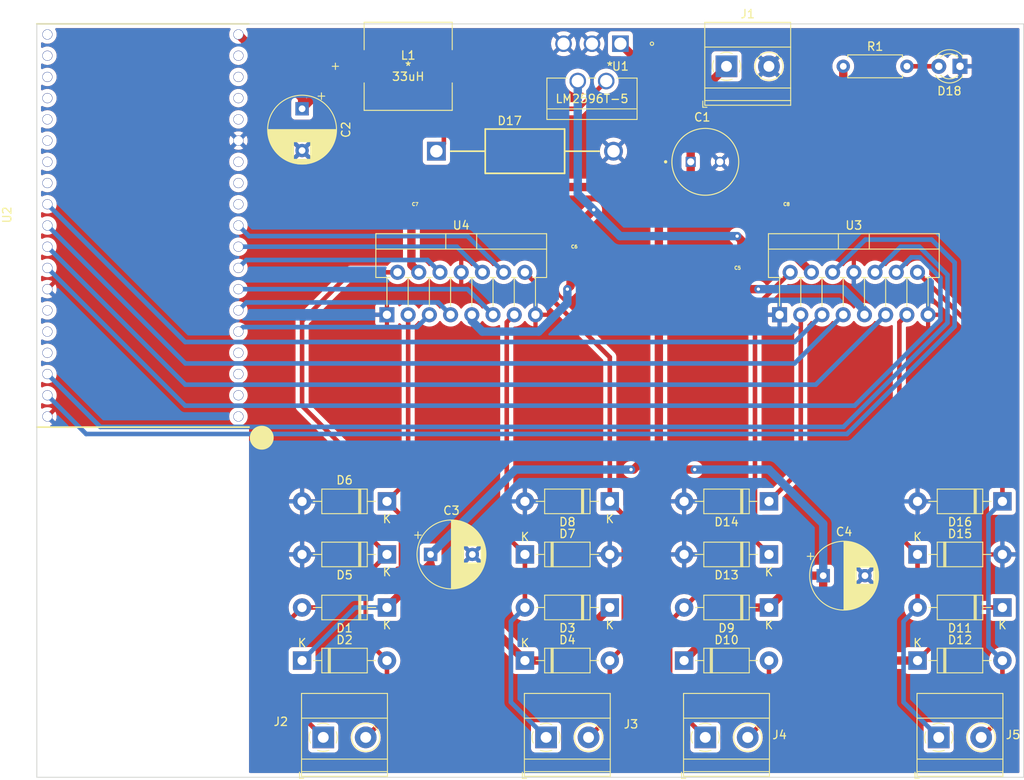
<source format=kicad_pcb>
(kicad_pcb (version 20211014) (generator pcbnew)
  (title_block (title "Fitbot") (rev "v01") (comment 1 "creativecommons.org/licences/by/4.0") (comment 2 "Licence: CC BY 4.0") (comment 3 "Author: Zaid Humayun"))
  (layers (0 "F.Cu" signal) (31 "B.Cu" signal) (34 "B.Paste" user) (35 "F.Paste" user) (36 "B.SilkS" user "B.Silkscreen") (37 "F.SilkS" user "F.Silkscreen") (38 "B.Mask" user) (39 "F.Mask" user) (44 "Edge.Cuts" user))
  (net 0 "")
  (net 1 "VCC")
  (net 2 "GND")
  (net 3 "Net-(D1-Pad2)")
  (net 4 "Net-(D2-Pad2)")
  (net 5 "Net-(D3-Pad2)")
  (net 6 "Net-(D4-Pad2)")
  (net 7 "/+5V")
  (net 8 "Net-(D10-Pad2)")
  (net 9 "Net-(D11-Pad2)")
  (net 10 "Net-(D12-Pad2)")
  (net 11 "Net-(D13-Pad1)")
  (net 12 "Net-(D18-Pad2)")
  (net 17 "/NET_IN_1_2")
  (net 18 "/NET_IN_2_2")
  (net 19 "/NET_ENA_2")
  (net 20 "/NET_IN_3_2")
  (net 21 "/NET_IN_4_2")
  (net 22 "/NET_ENB_2")
  (net 41 "/NET_IN_1_1")
  (net 42 "/NET_ENA_1")
  (net 43 "/NET_IN_3_1")
  (net 44 "/NET_IN_4_1")
  (net 45 "/NET_ENB_1")
  (net 46 "/NET_IN_2_1")
  (net 47 "Net-(D17-PadC)")
  (footprint "Diode_THT:D_DO-41_SOD81_P10.16mm_Horizontal" (layer "F.Cu") (at 153.67 95.25 180)
    (fp_text reference "D16" (at 5.08 -2.47) (layer "F.SilkS"))
    (fp_text value "1N4007")
    (pad "1" thru_hole rect (at 0 0 180) (size 2.2 2.2) (drill 1.1) (layers *.Cu *.Mask) (net 10 "Net-(D12-Pad2)"))
    (pad "2" thru_hole oval (at 10.16 0 180) (size 2.2 2.2) (drill 1.1) (layers *.Cu *.Mask) (net 2 "GND"))
  )
  (footprint "TerminalBlock_Phoenix:TerminalBlock_Phoenix_MKDS-1,5-2-5.08_1x02_P5.08mm_Horizontal" (layer "F.Cu") (at 99.055 123.495)
    (fp_text reference "J3" (at 10.165 -1.575) (layer "F.SilkS"))
    (fp_text value "Screw_Terminal_01x02")
    (pad "1" thru_hole rect (at 0 0) (size 2.6 2.6) (drill 1.3) (layers *.Cu *.Mask) (net 5 "Net-(D3-Pad2)"))
    (pad "2" thru_hole circle (at 5.08 0) (size 2.6 2.6) (drill 1.3) (layers *.Cu *.Mask) (net 6 "Net-(D4-Pad2)"))
  )
  (footprint "Package_TO_SOT_THT:TO-220-15_P2.54x2.54mm_StaggerOdd_Lead4.58mm_Vertical" (layer "F.Cu") (at 126.995 72.915)
    (fp_text reference "U3" (at 8.89 -10.7) (layer "F.SilkS"))
    (fp_text value "L298N")
    (pad "1" thru_hole rect (at 0 0) (size 1.8 1.8) (drill 1) (layers *.Cu *.Mask) (net 2 "GND"))
    (pad "2" thru_hole oval (at 1.27 -5.08) (size 1.8 1.8) (drill 1) (layers *.Cu *.Mask) (net 11 "Net-(D13-Pad1)"))
    (pad "3" thru_hole oval (at 2.54 0) (size 1.8 1.8) (drill 1) (layers *.Cu *.Mask) (net 8 "Net-(D10-Pad2)"))
    (pad "4" thru_hole oval (at 3.81 -5.08) (size 1.8 1.8) (drill 1) (layers *.Cu *.Mask) (net 1 "VCC"))
    (pad "5" thru_hole oval (at 5.08 0) (size 1.8 1.8) (drill 1) (layers *.Cu *.Mask) (net 17 "/NET_IN_1_2"))
    (pad "6" thru_hole oval (at 6.35 -5.08) (size 1.8 1.8) (drill 1) (layers *.Cu *.Mask) (net 19 "/NET_ENA_2"))
    (pad "7" thru_hole oval (at 7.62 0) (size 1.8 1.8) (drill 1) (layers *.Cu *.Mask) (net 18 "/NET_IN_2_2"))
    (pad "8" thru_hole oval (at 8.89 -5.08) (size 1.8 1.8) (drill 1) (layers *.Cu *.Mask) (net 2 "GND"))
    (pad "9" thru_hole oval (at 10.16 0) (size 1.8 1.8) (drill 1) (layers *.Cu *.Mask) (net 7 "/+5V"))
    (pad "10" thru_hole oval (at 11.43 -5.08) (size 1.8 1.8) (drill 1) (layers *.Cu *.Mask) (net 20 "/NET_IN_3_2"))
    (pad "11" thru_hole oval (at 12.7 0) (size 1.8 1.8) (drill 1) (layers *.Cu *.Mask) (net 22 "/NET_ENB_2"))
    (pad "12" thru_hole oval (at 13.97 -5.08) (size 1.8 1.8) (drill 1) (layers *.Cu *.Mask) (net 21 "/NET_IN_4_2"))
    (pad "13" thru_hole oval (at 15.24 0) (size 1.8 1.8) (drill 1) (layers *.Cu *.Mask) (net 9 "Net-(D11-Pad2)"))
    (pad "14" thru_hole oval (at 16.51 -5.08) (size 1.8 1.8) (drill 1) (layers *.Cu *.Mask) (net 10 "Net-(D12-Pad2)"))
    (pad "15" thru_hole oval (at 17.78 0) (size 1.8 1.8) (drill 1) (layers *.Cu *.Mask) (net 2 "GND"))
  )
  (footprint "Diode_THT:D_DO-41_SOD81_P10.16mm_Horizontal" (layer "F.Cu") (at 143.51 101.6)
    (fp_text reference "D15" (at 5.08 -2.47) (layer "F.SilkS"))
    (fp_text value "1N4007")
    (fp_text user "K" (at 0 -2.1) (layer "F.SilkS"))
    (pad "1" thru_hole rect (at 0 0) (size 2.2 2.2) (drill 1.1) (layers *.Cu *.Mask) (net 9 "Net-(D11-Pad2)"))
    (pad "2" thru_hole oval (at 10.16 0) (size 2.2 2.2) (drill 1.1) (layers *.Cu *.Mask) (net 2 "GND"))
  )
  (footprint "Diode_THT:D_DO-41_SOD81_P10.16mm_Horizontal" (layer "F.Cu") (at 125.73 95.25 180)
    (fp_text reference "D14" (at 5.08 -2.47) (layer "F.SilkS"))
    (fp_text value "1N4007")
    (pad "1" thru_hole rect (at 0 0 180) (size 2.2 2.2) (drill 1.1) (layers *.Cu *.Mask) (net 8 "Net-(D10-Pad2)"))
    (pad "2" thru_hole oval (at 10.16 0 180) (size 2.2 2.2) (drill 1.1) (layers *.Cu *.Mask) (net 2 "GND"))
  )
  (footprint "Diode_THT:D_DO-41_SOD81_P10.16mm_Horizontal" (layer "F.Cu") (at 96.52 101.6)
    (fp_text reference "D7" (at 5.08 -2.47) (layer "F.SilkS"))
    (fp_text value "1N4007")
    (fp_text user "K" (at 0 -2.1) (layer "F.SilkS"))
    (pad "1" thru_hole rect (at 0 0) (size 2.2 2.2) (drill 1.1) (layers *.Cu *.Mask) (net 5 "Net-(D3-Pad2)"))
    (pad "2" thru_hole oval (at 10.16 0) (size 2.2 2.2) (drill 1.1) (layers *.Cu *.Mask) (net 2 "GND"))
  )
  (footprint "Diode_THT:D_DO-41_SOD81_P10.16mm_Horizontal" (layer "F.Cu") (at 69.85 114.3)
    (fp_text reference "D2" (at 5.08 -2.47) (layer "F.SilkS"))
    (fp_text value "1N4007")
    (fp_text user "K" (at 0 -2.1) (layer "F.SilkS"))
    (pad "1" thru_hole rect (at 0 0) (size 2.2 2.2) (drill 1.1) (layers *.Cu *.Mask) (net 1 "VCC"))
    (pad "2" thru_hole oval (at 10.16 0) (size 2.2 2.2) (drill 1.1) (layers *.Cu *.Mask) (net 4 "Net-(D2-Pad2)"))
  )
  (footprint "downloaded-footprints:CAPC2012X135N-CL21A106KOQNNNE-0805" (layer "F.Cu") (at 102.87 66.04)
    (fp_text reference "C6" (at -0.44 -1.27) (layer "F.SilkS") (effects (font (size 0.393701 0.393701))))
    (fp_text value "100nF")
    (pad "1" smd rect locked (at -0.885 0) (size 1.1 1.38) (layers "F.Cu" "F.Paste" "F.Mask") (net 7 "/+5V"))
    (pad "2" smd rect locked (at 0.885 0) (size 1.1 1.38) (layers "F.Cu" "F.Paste" "F.Mask") (net 2 "GND"))
  )
  (footprint "Resistor_THT:R_Axial_DIN0207_L6.3mm_D2.5mm_P7.62mm_Horizontal" (layer "F.Cu") (at 134.62 43.18)
    (fp_text reference "R1" (at 3.81 -2.37) (layer "F.SilkS"))
    (fp_text value "1k")
    (pad "1" thru_hole circle (at 0 0) (size 1.6 1.6) (drill 0.8) (layers *.Cu *.Mask) (net 1 "VCC"))
    (pad "2" thru_hole oval (at 7.62 0) (size 1.6 1.6) (drill 0.8) (layers *.Cu *.Mask) (net 12 "Net-(D18-Pad2)"))
  )
  (footprint "TerminalBlock_Phoenix:TerminalBlock_Phoenix_MKDS-1,5-2-5.08_1x02_P5.08mm_Horizontal" (layer "F.Cu") (at 72.385 123.495)
    (fp_text reference "J2" (at -5.075 -1.88) (layer "F.SilkS"))
    (fp_text value "Screw_Terminal_01x02")
    (pad "1" thru_hole rect (at 0 0) (size 2.6 2.6) (drill 1.3) (layers *.Cu *.Mask) (net 3 "Net-(D1-Pad2)"))
    (pad "2" thru_hole circle (at 5.08 0) (size 2.6 2.6) (drill 1.3) (layers *.Cu *.Mask) (net 4 "Net-(D2-Pad2)"))
  )
  (footprint "Diode_THT:D_DO-41_SOD81_P10.16mm_Horizontal" (layer "F.Cu") (at 115.57 114.3)
    (fp_text reference "D10" (at 5.08 -2.47) (layer "F.SilkS"))
    (fp_text value "1N4007")
    (pad "1" thru_hole rect (at 0 0) (size 2.2 2.2) (drill 1.1) (layers *.Cu *.Mask) (net 1 "VCC"))
    (pad "2" thru_hole oval (at 10.16 0) (size 2.2 2.2) (drill 1.1) (layers *.Cu *.Mask) (net 8 "Net-(D10-Pad2)"))
  )
  (footprint "Diode_THT:D_DO-41_SOD81_P10.16mm_Horizontal" (layer "F.Cu") (at 125.73 101.6 180)
    (fp_text reference "D13" (at 5.08 -2.47) (layer "F.SilkS"))
    (fp_text value "1N4007")
    (fp_text user "K" (at 0 -2.1) (layer "F.SilkS"))
    (pad "1" thru_hole rect (at 0 0 180) (size 2.2 2.2) (drill 1.1) (layers *.Cu *.Mask) (net 11 "Net-(D13-Pad1)"))
    (pad "2" thru_hole oval (at 10.16 0 180) (size 2.2 2.2) (drill 1.1) (layers *.Cu *.Mask) (net 2 "GND"))
  )
  (footprint "Diode_THT:D_DO-41_SOD81_P10.16mm_Horizontal" (layer "F.Cu") (at 80.01 107.95 180)
    (fp_text reference "D1" (at 5.08 -2.47) (layer "F.SilkS"))
    (fp_text value "1N4007")
    (fp_text user "K" (at 0 -2.1) (layer "F.SilkS"))
    (pad "1" thru_hole rect (at 0 0 180) (size 2.2 2.2) (drill 1.1) (layers *.Cu *.Mask) (net 1 "VCC"))
    (pad "2" thru_hole oval (at 10.16 0 180) (size 2.2 2.2) (drill 1.1) (layers *.Cu *.Mask) (net 3 "Net-(D1-Pad2)"))
  )
  (footprint "Package_TO_SOT_THT:TO-220-15_P2.54x2.54mm_StaggerOdd_Lead4.58mm_Vertical" (layer "F.Cu") (at 80.005 72.915)
    (fp_text reference "U4" (at 8.89 -10.7) (layer "F.SilkS"))
    (fp_text value "L298N")
    (pad "1" thru_hole rect (at 0 0) (size 1.8 1.8) (drill 1) (layers *.Cu *.Mask) (net 2 "GND"))
    (pad "2" thru_hole oval (at 1.27 -5.08) (size 1.8 1.8) (drill 1) (layers *.Cu *.Mask) (net 3 "Net-(D1-Pad2)"))
    (pad "3" thru_hole oval (at 2.54 0) (size 1.8 1.8) (drill 1) (layers *.Cu *.Mask) (net 4 "Net-(D2-Pad2)"))
    (pad "4" thru_hole oval (at 3.81 -5.08) (size 1.8 1.8) (drill 1) (layers *.Cu *.Mask) (net 1 "VCC"))
    (pad "5" thru_hole oval (at 5.08 0) (size 1.8 1.8) (drill 1) (layers *.Cu *.Mask) (net 41 "/NET_IN_1_1"))
    (pad "6" thru_hole oval (at 6.35 -5.08) (size 1.8 1.8) (drill 1) (layers *.Cu *.Mask) (net 42 "/NET_ENA_1"))
    (pad "7" thru_hole oval (at 7.62 0) (size 1.8 1.8) (drill 1) (layers *.Cu *.Mask) (net 46 "/NET_IN_2_1"))
    (pad "8" thru_hole oval (at 8.89 -5.08) (size 1.8 1.8) (drill 1) (layers *.Cu *.Mask) (net 2 "GND"))
    (pad "9" thru_hole oval (at 10.16 0) (size 1.8 1.8) (drill 1) (layers *.Cu *.Mask) (net 7 "/+5V"))
    (pad "10" thru_hole oval (at 11.43 -5.08) (size 1.8 1.8) (drill 1) (layers *.Cu *.Mask) (net 43 "/NET_IN_3_1"))
    (pad "11" thru_hole oval (at 12.7 0) (size 1.8 1.8) (drill 1) (layers *.Cu *.Mask) (net 45 "/NET_ENB_1"))
    (pad "12" thru_hole oval (at 13.97 -5.08) (size 1.8 1.8) (drill 1) (layers *.Cu *.Mask) (net 44 "/NET_IN_4_1"))
    (pad "13" thru_hole oval (at 15.24 0) (size 1.8 1.8) (drill 1) (layers *.Cu *.Mask) (net 5 "Net-(D3-Pad2)"))
    (pad "14" thru_hole oval (at 16.51 -5.08) (size 1.8 1.8) (drill 1) (layers *.Cu *.Mask) (net 6 "Net-(D4-Pad2)"))
    (pad "15" thru_hole oval (at 17.78 0) (size 1.8 1.8) (drill 1) (layers *.Cu *.Mask) (net 2 "GND"))
  )
  (footprint "Diode_THT:D_DO-41_SOD81_P10.16mm_Horizontal" (layer "F.Cu") (at 106.68 95.25 180)
    (fp_text reference "D8" (at 5.08 -2.47) (layer "F.SilkS"))
    (fp_text value "1N4007")
    (fp_text user "K" (at 0 -2.1) (layer "F.SilkS"))
    (pad "1" thru_hole rect (at 0 0 180) (size 2.2 2.2) (drill 1.1) (layers *.Cu *.Mask) (net 6 "Net-(D4-Pad2)"))
    (pad "2" thru_hole oval (at 10.16 0 180) (size 2.2 2.2) (drill 1.1) (layers *.Cu *.Mask) (net 2 "GND"))
  )
  (footprint "Diode_THT:D_DO-41_SOD81_P10.16mm_Horizontal" (layer "F.Cu") (at 153.67 107.95 180)
    (fp_text reference "D11" (at 5.08 -2.47) (layer "F.SilkS"))
    (fp_text value "1N4007")
    (fp_text user "K" (at 0 -2.1) (layer "F.SilkS"))
    (pad "1" thru_hole rect (at 0 0 180) (size 2.2 2.2) (drill 1.1) (layers *.Cu *.Mask) (net 1 "VCC"))
    (pad "2" thru_hole oval (at 10.16 0 180) (size 2.2 2.2) (drill 1.1) (layers *.Cu *.Mask) (net 9 "Net-(D11-Pad2)"))
  )
  (footprint "downloaded-footprints:LM2596T-5.0&slash_LF03" (layer "F.Cu") (at 107.95 40.4749 180)
    (fp_text reference "U1" (at 0 -2.7051) (layer "F.SilkS"))
    (fp_text value "LM2596T-5" (at 3.4036 -6.5913) (layer "F.SilkS"))
    (fp_text user "*" (at 1.27 -2.7051) (layer "F.SilkS"))
    (pad "1" thru_hole rect locked (at 0 0 180) (size 1.9812 1.9812) (drill 1.4732) (layers *.Cu *.Mask) (net 1 "VCC"))
    (pad "2" thru_hole circle locked (at 1.7018 -4.4704 180) (size 1.9812 1.9812) (drill 1.4732) (layers *.Cu *.Mask) (net 47 "Net-(D17-PadC)"))
    (pad "3" thru_hole circle locked (at 3.4036 0 180) (size 1.9812 1.9812) (drill 1.4732) (layers *.Cu *.Mask) (net 2 "GND"))
    (pad "4" thru_hole circle locked (at 5.1054 -4.4704 180) (size 1.9812 1.9812) (drill 1.4732) (layers *.Cu *.Mask) (net 7 "/+5V"))
    (pad "5" thru_hole circle locked (at 6.8072 0 180) (size 1.9812 1.9812) (drill 1.4732) (layers *.Cu *.Mask) (net 2 "GND"))
  )
  (footprint "Diode_THT:D_DO-41_SOD81_P10.16mm_Horizontal" (layer "F.Cu") (at 80.01 101.6 180)
    (fp_text reference "D5" (at 5.08 -2.47) (layer "F.SilkS"))
    (fp_text value "1N4007")
    (fp_text user "K" (at 0 -2.1) (layer "F.SilkS"))
    (pad "1" thru_hole rect (at 0 0 180) (size 2.2 2.2) (drill 1.1) (layers *.Cu *.Mask) (net 3 "Net-(D1-Pad2)"))
    (pad "2" thru_hole oval (at 10.16 0 180) (size 2.2 2.2) (drill 1.1) (layers *.Cu *.Mask) (net 2 "GND"))
  )
  (footprint "Diode_THT:D_DO-41_SOD81_P10.16mm_Horizontal" (layer "F.Cu") (at 125.73 107.95 180)
    (fp_text reference "D9" (at 5.08 -2.47) (layer "F.SilkS"))
    (fp_text value "1N4007")
    (fp_text user "K" (at 0 -2.1) (layer "F.SilkS"))
    (pad "1" thru_hole rect (at 0 0 180) (size 2.2 2.2) (drill 1.1) (layers *.Cu *.Mask) (net 1 "VCC"))
    (pad "2" thru_hole oval (at 10.16 0 180) (size 2.2 2.2) (drill 1.1) (layers *.Cu *.Mask) (net 11 "Net-(D13-Pad1)"))
  )
  (footprint "downloaded-footprints:CAPPRD350W60D800H2000 - EEUFM1C681L" (layer "F.Cu") (at 118.11 54.61)
    (fp_text reference "C1" (at -0.3667 -5.335) (layer "F.SilkS"))
    (fp_text value "680uF")
    (pad "N" thru_hole circle locked (at 1.75 0) (size 1.2 1.2) (drill 0.85) (layers *.Cu *.Mask) (net 2 "GND"))
    (pad "P" thru_hole rect locked (at -1.75 0) (size 1.2 1.2) (drill 0.85) (layers *.Cu *.Mask) (net 1 "VCC"))
  )
  (footprint "downloaded-footprints:CAPC2012X135N-CL21A106KOQNNNE-0805" (layer "F.Cu") (at 83.82 60.96)
    (fp_text reference "C7" (at -0.44 -1.27) (layer "F.SilkS") (effects (font (size 0.393701 0.393701))))
    (fp_text value "100nF")
    (pad "1" smd rect locked (at -0.885 0) (size 1.1 1.38) (layers "F.Cu" "F.Paste" "F.Mask") (net 1 "VCC"))
    (pad "2" smd rect locked (at 0.885 0) (size 1.1 1.38) (layers "F.Cu" "F.Paste" "F.Mask") (net 2 "GND"))
  )
  (footprint "TerminalBlock_Phoenix:TerminalBlock_Phoenix_MKDS-1,5-2-5.08_1x02_P5.08mm_Horizontal" (layer "F.Cu") (at 120.645 43.18)
    (fp_text reference "J1" (at 2.54 -6.26) (layer "F.SilkS"))
    (fp_text value "Screw_Terminal_01x02")
    (pad "1" thru_hole rect (at 0 0) (size 2.6 2.6) (drill 1.3) (layers *.Cu *.Mask) (net 1 "VCC"))
    (pad "2" thru_hole circle (at 5.08 0) (size 2.6 2.6) (drill 1.3) (layers *.Cu *.Mask) (net 2 "GND"))
  )
  (footprint "Diode_THT:D_DO-41_SOD81_P10.16mm_Horizontal" (layer "F.Cu") (at 80.01 95.25 180)
    (fp_text reference "D6" (at 5.08 2.54) (layer "F.SilkS"))
    (fp_text value "1N4007")
    (fp_text user "K" (at 0 -2.1) (layer "F.SilkS"))
    (pad "1" thru_hole rect (at 0 0 180) (size 2.2 2.2) (drill 1.1) (layers *.Cu *.Mask) (net 4 "Net-(D2-Pad2)"))
    (pad "2" thru_hole oval (at 10.16 0 180) (size 2.2 2.2) (drill 1.1) (layers *.Cu *.Mask) (net 2 "GND"))
  )
  (footprint "Capacitor_THT:CP_Radial_D8.0mm_P5.00mm" (layer "F.Cu") (at 69.85 48.26 -90)
    (fp_text reference "C2" (at 2.5 -5.25 90) (layer "F.SilkS"))
    (fp_text value "220uF")
    (pad "1" thru_hole rect (at 0 0 270) (size 1.6 1.6) (drill 0.8) (layers *.Cu *.Mask) (net 7 "/+5V"))
    (pad "2" thru_hole circle (at 5 0 270) (size 1.6 1.6) (drill 0.8) (layers *.Cu *.Mask) (net 2 "GND"))
  )
  (footprint "LED_THT:LED_D3.0mm" (layer "F.Cu") (at 148.59 43.18 180)
    (fp_text reference "D18" (at 1.27 -2.96) (layer "F.SilkS"))
    (fp_text value "RED")
    (pad "1" thru_hole rect (at 0 0 180) (size 1.8 1.8) (drill 0.9) (layers *.Cu *.Mask) (net 2 "GND"))
    (pad "2" thru_hole circle (at 2.54 0 180) (size 1.8 1.8) (drill 0.9) (layers *.Cu *.Mask) (net 12 "Net-(D18-Pad2)"))
  )
  (footprint "downloaded-footprints:IHLP4040DZEK220M8A" (layer "F.Cu") (at 82.55 43.18)
    (fp_text reference "L1" (at 0 -1.3095) (layer "F.SilkS"))
    (fp_text value "33uH" (at 0 1.2305) (layer "F.SilkS"))
    (fp_text user "*" (at 0 0) (layer "F.SilkS"))
    (pad "1" smd rect locked (at -4.2672 0) (size 2.5146 3.302) (layers "F.Cu" "F.Paste" "F.Mask") (net 7 "/+5V"))
    (pad "2" smd rect locked (at 4.2672 0) (size 2.5146 3.302) (layers "F.Cu" "F.Paste" "F.Mask") (net 47 "Net-(D17-PadC)"))
  )
  (footprint "Diode_THT:D_DO-41_SOD81_P10.16mm_Horizontal" (layer "F.Cu") (at 106.68 107.95 180)
    (fp_text reference "D3" (at 5.08 -2.47) (layer "F.SilkS"))
    (fp_text value "1N4007")
    (fp_text user "K" (at 0 -2.1) (layer "F.SilkS"))
    (pad "1" thru_hole rect (at 0 0 180) (size 2.2 2.2) (drill 1.1) (layers *.Cu *.Mask) (net 1 "VCC"))
    (pad "2" thru_hole oval (at 10.16 0 180) (size 2.2 2.2) (drill 1.1) (layers *.Cu *.Mask) (net 5 "Net-(D3-Pad2)"))
  )
  (footprint "TerminalBlock_Phoenix:TerminalBlock_Phoenix_MKDS-1,5-2-5.08_1x02_P5.08mm_Horizontal" (layer "F.Cu") (at 118.105 123.495)
    (fp_text reference "J4" (at 8.895 -0.3005) (layer "F.SilkS"))
    (fp_text value "Screw_Terminal_01x02")
    (pad "1" thru_hole rect (at 0 0) (size 2.6 2.6) (drill 1.3) (layers *.Cu *.Mask) (net 11 "Net-(D13-Pad1)"))
    (pad "2" thru_hole circle (at 5.08 0) (size 2.6 2.6) (drill 1.3) (layers *.Cu *.Mask) (net 8 "Net-(D10-Pad2)"))
  )
  (footprint "Capacitor_THT:CP_Radial_D8.0mm_P5.00mm" (layer "F.Cu") (at 85.227349 101.6)
    (fp_text reference "C3" (at 2.5 -5.25) (layer "F.SilkS"))
    (fp_text value "220uF")
    (pad "1" thru_hole rect (at 0 0) (size 1.6 1.6) (drill 0.8) (layers *.Cu *.Mask) (net 1 "VCC"))
    (pad "2" thru_hole circle (at 5 0) (size 1.6 1.6) (drill 0.8) (layers *.Cu *.Mask) (net 2 "GND"))
  )
  (footprint "Diode_THT:D_DO-41_SOD81_P10.16mm_Horizontal" (layer "F.Cu") (at 96.52 114.3)
    (fp_text reference "D4" (at 5.08 -2.47) (layer "F.SilkS"))
    (fp_text value "1N4007")
    (fp_text user "K" (at 0 -2.1) (layer "F.SilkS"))
    (pad "1" thru_hole rect (at 0 0) (size 2.2 2.2) (drill 1.1) (layers *.Cu *.Mask) (net 1 "VCC"))
    (pad "2" thru_hole oval (at 10.16 0) (size 2.2 2.2) (drill 1.1) (layers *.Cu *.Mask) (net 6 "Net-(D4-Pad2)"))
  )
  (footprint "downloaded-footprints:DIOAD2120W130L950D530P - Schottky 1N5822" (layer "F.Cu") (at 96.52 53.34)
    (fp_text reference "D17" (at -1.826175 -3.637325) (layer "F.SilkS") (effects (font (size 1.000638 1.000638))))
    (fp_text value "1N5822")
    (pad "A" thru_hole circle locked (at 10.6 0) (size 2.25 2.25) (drill 1.5) (layers *.Cu *.Mask) (net 2 "GND"))
    (pad "C" thru_hole rect locked (at -10.6 0) (size 2.25 2.25) (drill 1.5) (layers *.Cu *.Mask) (net 47 "Net-(D17-PadC)"))
  )
  (footprint "downloaded-footprints:CAPC2012X135N-CL21A106KOQNNNE-0805" (layer "F.Cu") (at 121.535 66.04 180)
    (fp_text reference "C5" (at -0.44 -1.27) (layer "F.SilkS") (effects (font (size 0.393701 0.393701))))
    (fp_text value "100nF")
    (pad "1" smd rect locked (at -0.885 0 180) (size 1.1 1.38) (layers "F.Cu" "F.Paste" "F.Mask") (net 7 "/+5V"))
    (pad "2" smd rect locked (at 0.885 0 180) (size 1.1 1.38) (layers "F.Cu" "F.Paste" "F.Mask") (net 2 "GND"))
  )
  (footprint "TerminalBlock_Phoenix:TerminalBlock_Phoenix_MKDS-1,5-2-5.08_1x02_P5.08mm_Horizontal" (layer "F.Cu") (at 146.045 123.495)
    (fp_text reference "J5" (at 8.895 -0.305) (layer "F.SilkS"))
    (fp_text value "Screw_Terminal_01x02")
    (pad "1" thru_hole rect (at 0 0) (size 2.6 2.6) (drill 1.3) (layers *.Cu *.Mask) (net 9 "Net-(D11-Pad2)"))
    (pad "2" thru_hole circle (at 5.08 0) (size 2.6 2.6) (drill 1.3) (layers *.Cu *.Mask) (net 10 "Net-(D12-Pad2)"))
  )
  (footprint "downloaded-footprints:CAPC2012X135N-CL21A106KOQNNNE-0805" (layer "F.Cu") (at 128.27 60.96)
    (fp_text reference "C8" (at -0.44 -1.27) (layer "F.SilkS") (effects (font (size 0.393701 0.393701))))
    (fp_text value "100nF")
    (pad "1" smd rect locked (at -0.885 0) (size 1.1 1.38) (layers "F.Cu" "F.Paste" "F.Mask") (net 1 "VCC"))
    (pad "2" smd rect locked (at 0.885 0) (size 1.1 1.38) (layers "F.Cu" "F.Paste" "F.Mask") (net 2 "GND"))
  )
  (footprint "Capacitor_THT:CP_Radial_D8.0mm_P5.00mm" (layer "F.Cu") (at 132.217349 104.14)
    (fp_text reference "C4" (at 2.5 -5.25) (layer "F.SilkS"))
    (fp_text value "220uF")
    (pad "1" thru_hole rect (at 0 0) (size 1.6 1.6) (drill 0.8) (layers *.Cu *.Mask) (net 1 "VCC"))
    (pad "2" thru_hole circle (at 5 0) (size 1.6 1.6) (drill 0.8) (layers *.Cu *.Mask) (net 2 "GND"))
  )
  (footprint "Fitbot_Library:ESP32_NODE_MCU" (layer "F.Cu") (at 50.8 60.96 90)
    (fp_text reference "U2" (at 0 -16.256 90 unlocked) (layer "F.SilkS"))
    (fp_text value "ESP32S_Node_MCU")
    (pad "1" thru_hole circle locked (at -24.13 11.43 90) (size 1.2 1.2) (drill 1.1) (layers *.Cu *.Mask))
    (pad "2" thru_hole circle locked (at -21.59 11.43 90) (size 1.2 1.2) (drill 1.1) (layers *.Cu *.Mask))
    (pad "3" thru_hole circle locked (at -19.05 11.43 90) (size 1.2 1.2) (drill 1.1) (layers *.Cu *.Mask))
    (pad "4" thru_hole circle locked (at -16.51 11.43 90) (size 1.2 1.2) (drill 1.1) (layers *.Cu *.Mask))
    (pad "5" thru_hole circle locked (at -13.97 11.43 90) (size 1.2 1.2) (drill 1.1) (layers *.Cu *.Mask) (net 41 "/NET_IN_1_1"))
    (pad "6" thru_hole circle locked (at -11.43 11.43 90) (size 1.2 1.2) (drill 1.1) (layers *.Cu *.Mask) (net 46 "/NET_IN_2_1"))
    (pad "7" thru_hole circle locked (at -8.89 11.43 90) (size 1.2 1.2) (drill 1.1) (layers *.Cu *.Mask) (net 45 "/NET_ENB_1"))
    (pad "8" thru_hole circle locked (at -6.35 11.43 90) (size 1.2 1.2) (drill 1.1) (layers *.Cu *.Mask) (net 42 "/NET_ENA_1"))
    (pad "9" thru_hole circle locked (at -3.81 11.43 90) (size 1.2 1.2) (drill 1.1) (layers *.Cu *.Mask) (net 43 "/NET_IN_3_1"))
    (pad "10" thru_hole circle locked (at -1.27 11.43 90) (size 1.2 1.2) (drill 1.1) (layers *.Cu *.Mask) (net 44 "/NET_IN_4_1"))
    (pad "11" thru_hole circle locked (at 1.27 11.43 90) (size 1.2 1.2) (drill 1.1) (layers *.Cu *.Mask))
    (pad "12" thru_hole circle locked (at 3.81 11.43 90) (size 1.2 1.2) (drill 1.1) (layers *.Cu *.Mask))
    (pad "13" thru_hole circle locked (at 6.35 11.43 90) (size 1.2 1.2) (drill 1.1) (layers *.Cu *.Mask))
    (pad "14" thru_hole circle locked (at 8.89 11.43 90) (size 1.2 1.2) (drill 1.1) (layers *.Cu *.Mask) (net 2 "GND"))
    (pad "15" thru_hole circle locked (at 11.43 11.43 90) (size 1.2 1.2) (drill 1.1) (layers *.Cu *.Mask))
    (pad "16" thru_hole circle locked (at 13.97 11.43 90) (size 1.2 1.2) (drill 1.1) (layers *.Cu *.Mask))
    (pad "17" thru_hole circle locked (at 16.51 11.43 90) (size 1.2 1.2) (drill 1.1) (layers *.Cu *.Mask))
    (pad "18" thru_hole circle locked (at 19.05 11.43 90) (size 1.2 1.2) (drill 1.1) (layers *.Cu *.Mask))
    (pad "19" thru_hole circle locked (at 21.59 11.43 90) (size 1.2 1.2) (drill 1.1) (layers *.Cu *.Mask) (net 7 "/+5V"))
    (pad "20" thru_hole circle locked (at 21.59 -11.43 90) (size 1.2 1.2) (drill 1.1) (layers *.Cu *.Mask))
    (pad "21" thru_hole circle locked (at 19.05 -11.43 90) (size 1.2 1.2) (drill 1.1) (layers *.Cu *.Mask))
    (pad "22" thru_hole circle locked (at 16.51 -11.43 90) (size 1.2 1.2) (drill 1.1) (layers *.Cu *.Mask))
    (pad "23" thru_hole circle locked (at 13.97 -11.43 90) (size 1.2 1.2) (drill 1.1) (layers *.Cu *.Mask))
    (pad "24" thru_hole circle locked (at 11.43 -11.43 90) (size 1.2 1.2) (drill 1.1) (layers *.Cu *.Mask))
    (pad "25" thru_hole circle locked (at 8.89 -11.43 90) (size 1.2 1.2) (drill 1.1) (layers *.Cu *.Mask))
    (pad "26" thru_hole circle locked (at 6.35 -11.43 90) (size 1.2 1.2) (drill 1.1) (layers *.Cu *.Mask))
    (pad "27" thru_hole circle locked (at 3.81 -11.43 90) (size 1.2 1.2) (drill 1.1) (layers *.Cu *.Mask))
    (pad "28" thru_hole circle locked (at 1.27 -11.43 90) (size 1.2 1.2) (drill 1.1) (layers *.Cu *.Mask) (net 17 "/NET_IN_1_2"))
    (pad "29" thru_hole circle locked (at -1.27 -11.43 90) (size 1.2 1.2) (drill 1.1) (layers *.Cu *.Mask) (net 18 "/NET_IN_2_2"))
    (pad "30" thru_hole circle locked (at -3.81 -11.43 90) (size 1.2 1.2) (drill 1.1) (layers *.Cu *.Mask) (net 22 "/NET_ENB_2"))
    (pad "31" thru_hole circle locked (at -6.35 -11.43 90) (size 1.2 1.2) (drill 1.1) (layers *.Cu *.Mask) (net 21 "/NET_IN_4_2"))
    (pad "32" thru_hole circle locked (at -8.89 -11.43 90) (size 1.2 1.2) (drill 1.1) (layers *.Cu *.Mask) (net 2 "GND"))
    (pad "33" thru_hole circle locked (at -11.43 -11.43 90) (size 1.2 1.2) (drill 1.1) (layers *.Cu *.Mask))
    (pad "34" thru_hole circle locked (at -13.97 -11.43 90) (size 1.2 1.2) (drill 1.1) (layers *.Cu *.Mask))
    (pad "35" thru_hole circle locked (at -16.51 -11.43 90) (size 1.2 1.2) (drill 1.1) (layers *.Cu *.Mask))
    (pad "36" thru_hole circle locked (at -19.05 -11.43 90) (size 1.2 1.2) (drill 1.1) (layers *.Cu *.Mask) (net 20 "/NET_IN_3_2"))
    (pad "37" thru_hole circle locked (at -21.59 -11.43 90) (size 1.2 1.2) (drill 1.1) (layers *.Cu *.Mask) (net 19 "/NET_ENA_2"))
    (pad "38" thru_hole circle locked (at -24.13 -11.43 90) (size 1.2 1.2) (drill 1.1) (layers *.Cu *.Mask) (net 2 "GND"))
  )
  (footprint "Diode_THT:D_DO-41_SOD81_P10.16mm_Horizontal" (layer "F.Cu") (at 143.51 114.3)
    (fp_text reference "D12" (at 5.08 -2.47) (layer "F.SilkS"))
    (fp_text value "1N4007")
    (fp_text user "K" (at 0 -2.1) (layer "F.SilkS"))
    (pad "1" thru_hole rect (at 0 0) (size 2.2 2.2) (drill 1.1) (layers *.Cu *.Mask) (net 1 "VCC"))
    (pad "2" thru_hole oval (at 10.16 0) (size 2.2 2.2) (drill 1.1) (layers *.Cu *.Mask) (net 10 "Net-(D12-Pad2)"))
  )
  (gr_line (start 156.21 128.27) (end 38.1 128.27) (layer "Edge.Cuts") (width 0.1))
  (gr_line (start 38.1 128.27) (end 38.1 38.1) (layer "Edge.Cuts") (width 0.1))
  (gr_line (start 156.21 38.1) (end 156.21 128.27) (layer "Edge.Cuts") (width 0.1))
  (gr_line (start 38.1 38.1) (end 156.21 38.1) (layer "Edge.Cuts") (width 0.1))
  (segment (start 138.43 114.3) (end 143.51 114.3) (width 1) (layer "F.Cu") (net 1))
  (segment (start 116.36 57.63) (end 124.94 57.63) (width 1) (layer "F.Cu") (net 1))
  (segment (start 134.62 47.95) (end 134.62 43.18) (width 1) (layer "F.Cu") (net 1))
  (segment (start 85.227349 101.6) (end 85.227349 102.732651) (width 0.55) (layer "F.Cu") (net 1))
  (segment (start 124.94 57.63) (end 134.62 47.95) (width 1) (layer "F.Cu") (net 1))
  (segment (start 100.33 114.3) (end 106.68 107.95) (width 1) (layer "F.Cu") (net 1))
  (segment (start 112.55 88.42) (end 109.53 91.44) (width 1) (layer "F.Cu") (net 1))
  (segment (start 125.73 107.95) (end 121.92 107.95) (width 1) (layer "F.Cu") (net 1))
  (segment (start 116.36 54.61) (end 116.36 57.63) (width 1) (layer "F.Cu") (net 1))
  (segment (start 149.86 107.95) (end 143.51 114.3) (width 0.55) (layer "F.Cu") (net 1))
  (segment (start 85.227349 102.732651) (end 80.01 107.95) (width 1) (layer "F.Cu") (net 1))
  (segment (start 114.9451 47.47) (end 107.95 40.4749) (width 1) (layer "F.Cu") (net 1))
  (segment (start 112.55 88.42) (end 115.57 91.44) (width 1) (layer "F.Cu") (net 1))
  (segment (start 112.55 57.63) (end 112.55 88.42) (width 1) (layer "F.Cu") (net 1))
  (segment (start 127.385 64.415) (end 130.805 67.835) (width 1) (layer "F.Cu") (net 1))
  (segment (start 109.53 91.44) (end 109.22 91.44) (width 1) (layer "F.Cu") (net 1))
  (segment (start 96.52 114.3) (end 100.33 114.3) (width 1) (layer "F.Cu") (net 1))
  (segment (start 85.025 57.63) (end 82.935 59.72) (width 1) (layer "F.Cu") (net 1))
  (segment (start 82.935 66.955) (end 83.815 67.835) (width 1) (layer "F.Cu") (net 1))
  (segment (start 85.227349 103.007349) (end 96.52 114.3) (width 1) (layer "F.Cu") (net 1))
  (segment (start 132.217349 104.14) (end 129.54 104.14) (width 1) (layer "F.Cu") (net 1))
  (segment (start 127.385 60.075) (end 127.385 60.96) (width 0.55) (layer "F.Cu") (net 1))
  (segment (start 127.385 60.96) (end 127.385 64.415) (width 1) (layer "F.Cu") (net 1))
  (segment (start 112.55 57.63) (end 85.025 57.63) (width 1) (layer "F.Cu") (net 1))
  (segment (start 132.217349 104.14) (end 132.217349 108.087349) (width 1) (layer "F.Cu") (net 1))
  (segment (start 121.92 107.95) (end 115.57 114.3) (width 1) (layer "F.Cu") (net 1))
  (segment (start 116.36 47.47) (end 120.645 43.185) (width 1) (layer "F.Cu") (net 1))
  (segment (start 116.36 57.63) (end 112.55 57.63) (width 1) (layer "F.Cu") (net 1))
  (segment (start 124.94 57.63) (end 127.385 60.075) (width 1) (layer "F.Cu") (net 1))
  (segment (start 82.935 60.96) (end 82.935 66.955) (width 1) (layer "F.Cu") (net 1))
  (segment (start 120.645 43.185) (end 120.645 43.18) (width 1) (layer "F.Cu") (net 1))
  (segment (start 82.935 59.72) (end 82.935 60.96) (width 1) (layer "F.Cu") (net 1))
  (segment (start 153.67 107.95) (end 149.86 107.95) (width 0.55) (layer "F.Cu") (net 1))
  (segment (start 85.227349 102.732651) (end 85.227349 103.007349) (width 0.55) (layer "F.Cu") (net 1))
  (segment (start 116.36 47.47) (end 114.9451 47.47) (width 1) (layer "F.Cu") (net 1))
  (segment (start 132.217349 108.087349) (end 138.43 114.3) (width 1) (layer "F.Cu") (net 1))
  (segment (start 116.36 47.47) (end 116.36 54.61) (width 1) (layer "F.Cu") (net 1))
  (segment (start 129.54 104.14) (end 125.73 107.95) (width 1) (layer "F.Cu") (net 1))
  (segment (start 115.57 91.44) (end 116.84 91.44) (width 1) (layer "F.Cu") (net 1))
  (via (at 109.22 91.44) (size 0.8) (drill 0.4) (layers "F.Cu" "B.Cu") (net 1))
  (via (at 116.84 91.44) (size 0.8) (drill 0.4) (layers "F.Cu" "B.Cu") (net 1))
  (segment (start 76.2 107.95) (end 69.85 114.3) (width 0.55) (layer "B.Cu") (net 1))
  (segment (start 95.387349 91.44) (end 109.22 91.44) (width 1) (layer "B.Cu") (net 1))
  (segment (start 132.217349 104.14) (end 132.217349 97.938327) (width 1) (layer "B.Cu") (net 1))
  (segment (start 80.01 107.95) (end 76.2 107.95) (width 0.55) (layer "B.Cu") (net 1))
  (segment (start 132.217349 97.938327) (end 125.719022 91.44) (width 1) (layer "B.Cu") (net 1))
  (segment (start 125.719022 91.44) (end 116.84 91.44) (width 1) (layer "B.Cu") (net 1))
  (segment (start 85.227349 101.6) (end 95.387349 91.44) (width 1) (layer "B.Cu") (net 1))
  (segment (start 69.85 83.82) (end 76.2 90.17) (width 0.55) (layer "F.Cu") (net 3))
  (segment (start 67.31 118.42) (end 67.31 110.49) (width 0.55) (layer "F.Cu") (net 3))
  (segment (start 81.275 67.835) (end 75.675 67.835) (width 0.55) (layer "F.Cu") (net 3))
  (segment (start 76.2 97.79) (end 80.01 101.6) (width 0.55) (layer "F.Cu") (net 3))
  (segment (start 69.85 73.66) (end 69.85 83.82) (width 0.55) (layer "F.Cu") (net 3))
  (segment (start 72.385 123.495) (end 67.31 118.42) (width 0.55) (layer "F.Cu") (net 3))
  (segment (start 67.31 110.49) (end 69.85 107.95) (width 0.55) (layer "F.Cu") (net 3))
  (segment (start 73.66 107.95) (end 80.01 101.6) (width 0.55) (layer "F.Cu") (net 3))
  (segment (start 69.85 107.95) (end 73.66 107.95) (width 0.55) (layer "F.Cu") (net 3))
  (segment (start 75.675 67.835) (end 69.85 73.66) (width 0.55) (layer "F.Cu") (net 3))
  (segment (start 76.2 90.17) (end 76.2 97.79) (width 0.55) (layer "F.Cu") (net 3))
  (segment (start 82.545 72.915) (end 82.545 92.715) (width 0.55) (layer "F.Cu") (net 4))
  (segment (start 80.01 95.25) (end 81.684511 96.924511) (width 0.55) (layer "F.Cu") (net 4))
  (segment (start 77.47 107.140978) (end 77.47 111.76) (width 0.55) (layer "F.Cu") (net 4))
  (segment (start 80.01 114.3) (end 80.01 120.95) (width 0.55) (layer "F.Cu") (net 4))
  (segment (start 82.545 92.715) (end 80.01 95.25) (width 0.55) (layer "F.Cu") (net 4))
  (segment (start 80.01 120.95) (end 77.465 123.495) (width 0.55) (layer "F.Cu") (net 4))
  (segment (start 81.28 103.330978) (end 77.47 107.140978) (width 0.55) (layer "F.Cu") (net 4))
  (segment (start 77.47 111.76) (end 80.01 114.3) (width 0.55) (layer "F.Cu") (net 4))
  (segment (start 81.684511 96.924511) (end 81.684511 103.330978) (width 0.55) (layer "F.Cu") (net 4))
  (segment (start 81.684511 103.330978) (end 81.28 103.330978) (width 0.55) (layer "F.Cu") (net 4))
  (segment (start 94.345 73.815) (end 94.345 99.425) (width 0.55) (layer "F.Cu") (net 5))
  (segment (start 95.245 72.915) (end 94.345 73.815) (width 0.55) (layer "F.Cu") (net 5))
  (segment (start 96.52 101.6) (end 96.52 107.95) (width 0.55) (layer "F.Cu") (net 5))
  (segment (start 94.345 99.425) (end 96.52 101.6) (width 0.55) (layer "F.Cu") (net 5))
  (segment (start 94.845489 119.285489) (end 99.055 123.495) (width 0.55) (layer "B.Cu") (net 5))
  (segment (start 96.52 107.95) (end 94.845489 109.624511) (width 0.55) (layer "B.Cu") (net 5))
  (segment (start 94.845489 109.624511) (end 94.845489 119.285489) (width 0.55) (layer "B.Cu") (net 5))
  (segment (start 108.354511 96.924511) (end 108.354511 112.625489) (width 0.55) (layer "F.Cu") (net 6))
  (segment (start 104.135 123.495) (end 106.68 120.95) (width 0.55) (layer "F.Cu") (net 6))
  (segment (start 106.68 120.95) (end 106.68 114.3) (width 0.55) (layer "F.Cu") (net 6))
  (segment (start 106.68 95.25) (end 108.354511 96.924511) (width 0.55) (layer "F.Cu") (net 6))
  (segment (start 96.515 67.835) (end 106.68 78) (width 0.55) (layer "F.Cu") (net 6))
  (segment (start 108.354511 112.625489) (end 106.68 114.3) (width 0.55) (layer "F.Cu") (net 6))
  (segment (start 106.68 78) (end 106.68 95.25) (width 0.55) (layer "F.Cu") (net 6))
  (segment (start 101.985 63.115) (end 104.7496 60.3504) (width 1) (layer "F.Cu") (net 7))
  (segment (start 124.46 69.85) (end 123.19 69.85) (width 1) (layer "F.Cu") (net 7))
  (segment (start 74.93 43.18) (end 69.85 48.26) (width 1) (layer "F.Cu") (net 7))
  (segment (start 122.42 69.08) (end 122.42 66.04) (width 1) (layer "F.Cu") (net 7))
  (segment (start 78.2828 43.18) (end 74.93 43.18) (width 1) (layer "F.Cu") (net 7))
  (segment (start 122.42 64) (end 122.42 66.04) (width 1) (layer "F.Cu") (net 7))
  (segment (start 121.92 63.5) (end 122.42 64) (width 1) (layer "F.Cu") (net 7))
  (segment (start 123.19 69.85) (end 122.42 69.08) (width 1) (layer "F.Cu") (net 7))
  (segment (start 101.985 69.465) (end 101.6 69.85) (width 1) (layer "F.Cu") (net 7))
  (segment (start 101.985 63.115) (end 101.985 66.04) (width 1) (layer "F.Cu") (net 7))
  (segment (start 101.985 66.04) (end 101.985 69.465) (width 1) (layer "F.Cu") (net 7))
  (segment (start 69.85 46.99) (end 62.23 39.37) (width 1) (layer "F.Cu") (net 7))
  (segment (start 69.85 48.26) (end 69.85 46.99) (width 1) (layer "F.Cu") (net 7))
  (via (at 121.92 63.5) (size 0.8) (drill 0.4) (layers "F.Cu" "B.Cu") (net 7))
  (via (at 104.7496 60.3504) (size 0.8) (drill 0.4) (layers "F.Cu" "B.Cu") (net 7))
  (via (at 101.6 69.85) (size 0.8) (drill 0.4) (layers "F.Cu" "B.Cu") (net 7))
  (via (at 124.46 69.85) (size 0.8) (drill 0.4) (layers "F.Cu" "B.Cu") (net 7))
  (segment (start 90.165 73.655) (end 90.165 72.915) (width 1) (layer "B.Cu") (net 7))
  (segment (start 137.155 72.915) (end 137.155 72.385) (width 0.55) (layer "B.Cu") (net 7))
  (segment (start 102.8446 58.4454) (end 102.8446 44.9453) (width 1) (layer "B.Cu") (net 7))
  (segment (start 102.8446 58.4454) (end 104.7496 60.3504) (width 1) (layer "B.Cu") (net 7))
  (segment (start 98.173473 74.93) (end 91.44 74.93) (width 1) (layer "B.Cu") (net 7))
  (segment (start 104.7496 60.3504) (end 107.8992 63.5) (width 1) (layer "B.Cu") (net 7))
  (segment (start 91.44 74.93) (end 90.165 73.655) (width 1) (layer "B.Cu") (net 7))
  (segment (start 137.155 72.385) (end 134.62 69.85) (width 1) (layer "B.Cu") (net 7))
  (segment (start 101.6 69.85) (end 101.6 71.503473) (width 1) (layer "B.Cu") (net 7))
  (segment (start 134.62 69.85) (end 124.46 69.85) (width 1) (layer "B.Cu") (net 7))
  (segment (start 101.6 71.503473) (end 98.173473 74.93) (width 1) (layer "B.Cu") (net 7))
  (segment (start 107.8992 63.5) (end 121.92 63.5) (width 1) (layer "B.Cu") (net 7))
  (segment (start 125.73 114.3) (end 125.73 120.95) (width 0.55) (layer "F.Cu") (net 8))
  (segment (start 125.73 120.95) (end 123.185 123.495) (width 0.55) (layer "F.Cu") (net 8))
  (segment (start 129.535 72.915) (end 129.535 91.445) (width 0.55) (layer "F.Cu") (net 8))
  (segment (start 129.535 91.445) (end 125.73 95.25) (width 0.55) (layer "F.Cu") (net 8))
  (segment (start 141.335 73.815) (end 141.335 99.425) (width 0.55) (layer "F.Cu") (net 9))
  (segment (start 142.235 72.915) (end 141.335 73.815) (width 0.55) (layer "F.Cu") (net 9))
  (segment (start 143.51 101.6) (end 143.51 107.95) (width 0.55) (layer "F.Cu") (net 9))
  (segment (start 141.335 99.425) (end 143.51 101.6) (width 0.55) (layer "F.Cu") (net 9))
  (segment (start 143.51 107.95) (end 141.835489 109.624511) (width 0.55) (layer "B.Cu") (net 9))
  (segment (start 141.835489 109.624511) (end 141.835489 119.285489) (width 0.55) (layer "B.Cu") (net 9))
  (segment (start 141.835489 119.285489) (end 146.045 123.495) (width 0.55) (layer "B.Cu") (net 9))
  (segment (start 143.505 67.835) (end 153.67 78) (width 0.55) (layer "F.Cu") (net 10))
  (segment (start 153.67 78) (end 153.67 95.25) (width 0.55) (layer "F.Cu") (net 10))
  (segment (start 153.67 114.3) (end 153.67 120.95) (width 0.55) (layer "F.Cu") (net 10))
  (segment (start 153.67 120.95) (end 151.125 123.495) (width 0.55) (layer "F.Cu") (net 10))
  (segment (start 153.67 95.25) (end 151.995489 96.924511) (width 0.55) (layer "B.Cu") (net 10))
  (segment (start 151.995489 112.625489) (end 153.67 114.3) (width 0.55) (layer "B.Cu") (net 10))
  (segment (start 151.995489 96.924511) (end 151.995489 112.625489) (width 0.55) (layer "B.Cu") (net 10))
  (segment (start 124.055489 99.925489) (end 125.73 101.6) (width 0.55) (layer "F.Cu") (net 11))
  (segment (start 113.895489 109.624511) (end 113.895489 119.285489) (width 0.55) (layer "F.Cu") (net 11))
  (segment (start 123.594511 99.925489) (end 115.57 107.95) (width 0.55) (layer "F.Cu") (net 11))
  (segment (start 115.57 107.95) (end 113.895489 109.624511) (width 0.55) (layer "F.Cu") (net 11))
  (segment (start 124.055489 72.044511) (end 124.055489 99.925489) (width 0.55) (layer "F.Cu") (net 11))
  (segment (start 128.265 67.835) (end 124.055489 72.044511) (width 0.55) (layer "F.Cu") (net 11))
  (segment (start 124.055489 99.925489) (end 123.594511 99.925489) (width 0.55) (layer "F.Cu") (net 11))
  (segment (start 113.895489 119.285489) (end 118.105 123.495) (width 0.55) (layer "F.Cu") (net 11))
  (segment (start 142.24 43.18) (end 146.05 43.18) (width 0.55) (layer "F.Cu") (net 12))
  (segment (start 39.37 59.69) (end 55.854521 76.174521) (width 0.55) (layer "B.Cu") (net 17))
  (segment (start 55.854521 76.174521) (end 128.815479 76.174521) (width 0.55) (layer "B.Cu") (net 17))
  (segment (start 128.815479 76.174521) (end 132.075 72.915) (width 0.55) (layer "B.Cu") (net 17))
  (segment (start 128.79 78.74) (end 134.615 72.915) (width 0.55) (layer "B.Cu") (net 18))
  (segment (start 39.37 62.23) (end 55.88 78.74) (width 0.55) (layer "B.Cu") (net 18))
  (segment (start 55.88 78.74) (end 128.79 78.74) (width 0.55) (layer "B.Cu") (net 18))
  (segment (start 145.200481 63.920481) (end 137.259519 63.920481) (width 0.55) (layer "B.Cu") (net 19))
  (segment (start 39.37 82.55) (end 44.00404 87.18404) (width 0.55) (layer "B.Cu") (net 19))
  (segment (start 137.259519 63.920481) (end 133.345 67.835) (width 0.55) (layer "B.Cu") (net 19))
  (segment (start 44.00404 87.18404) (end 135.06596 87.18404) (width 0.55) (layer "B.Cu") (net 19))
  (segment (start 147.948549 74.301451) (end 147.948549 66.668549) (width 0.55) (layer "B.Cu") (net 19))
  (segment (start 147.948549 66.668549) (end 145.200481 63.920481) (width 0.55) (layer "B.Cu") (net 19))
  (segment (start 135.06596 87.18404) (end 147.948549 74.301451) (width 0.55) (layer "B.Cu") (net 19))
  (segment (start 147.09903 73.88097) (end 147.09903 68.142353) (width 0.55) (layer "B.Cu") (net 20))
  (segment (start 143.726677 64.77) (end 141.49 64.77) (width 0.55) (layer "B.Cu") (net 20))
  (segment (start 147.09903 68.142353) (end 143.726677 64.77) (width 0.55) (layer "B.Cu") (net 20))
  (segment (start 134.645479 86.334521) (end 147.09903 73.88097) (width 0.55) (layer "B.Cu") (net 20))
  (segment (start 45.694521 86.334521) (end 134.645479 86.334521) (width 0.55) (layer "B.Cu") (net 20))
  (segment (start 39.37 80.01) (end 45.694521 86.334521) (width 0.55) (layer "B.Cu") (net 20))
  (segment (start 141.49 64.77) (end 138.425 67.835) (width 0.55) (layer "B.Cu") (net 20))
  (segment (start 146.249511 68.494236) (end 143.795275 66.04) (width 0.55) (layer "B.Cu") (net 21))
  (segment (start 39.37 67.31) (end 55.854521 83.794521) (width 0.55) (layer "B.Cu") (net 21))
  (segment (start 143.795275 66.04) (end 142.76 66.04) (width 0.55) (layer "B.Cu") (net 21))
  (segment (start 142.76 66.04) (end 140.965 67.835) (width 0.55) (layer "B.Cu") (net 21))
  (segment (start 55.854521 83.794521) (end 135.980754 83.794521) (width 0.55) (layer "B.Cu") (net 21))
  (segment (start 146.249511 73.525764) (end 146.249511 68.494236) (width 0.55) (layer "B.Cu") (net 21))
  (segment (start 135.980754 83.794521) (end 146.249511 73.525764) (width 0.55) (layer "B.Cu") (net 21))
  (segment (start 39.37 64.77) (end 55.88 81.28) (width 0.55) (layer "B.Cu") (net 22))
  (segment (start 55.88 81.28) (end 131.33 81.28) (width 0.55) (layer "B.Cu") (net 22))
  (segment (start 131.33 81.28) (end 139.695 72.915) (width 0.55) (layer "B.Cu") (net 22))
  (segment (start 62.770489 74.389511) (end 83.610489 74.389511) (width 0.55) (layer "B.Cu") (net 41))
  (segment (start 62.23 74.93) (end 62.770489 74.389511) (width 0.55) (layer "B.Cu") (net 41))
  (segment (start 83.610489 74.389511) (end 85.085 72.915) (width 0.55) (layer "B.Cu") (net 41))
  (segment (start 63.179511 66.360489) (end 84.880489 66.360489) (width 0.55) (layer "B.Cu") (net 42))
  (segment (start 62.23 67.31) (end 63.179511 66.360489) (width 0.55) (layer "B.Cu") (net 42))
  (segment (start 84.880489 66.360489) (end 86.355 67.835) (width 0.55) (layer "B.Cu") (net 42))
  (segment (start 62.23 64.77) (end 88.37 64.77) (width 0.55) (layer "B.Cu") (net 43))
  (segment (start 88.37 64.77) (end 91.435 67.835) (width 0.55) (layer "B.Cu") (net 43))
  (segment (start 63.5 63.5) (end 89.64 63.5) (width 0.55) (layer "B.Cu") (net 44))
  (segment (start 89.64 63.5) (end 93.975 67.835) (width 0.55) (layer "B.Cu") (net 44))
  (segment (start 62.23 62.23) (end 63.5 63.5) (width 0.55) (layer "B.Cu") (net 44))
  (segment (start 89.64 69.85) (end 92.705 72.915) (width 0.55) (layer "B.Cu") (net 45))
  (segment (start 62.23 69.85) (end 89.64 69.85) (width 0.55) (layer "B.Cu") (net 45))
  (segment (start 86.150489 71.440489) (end 87.625 72.915) (width 0.55) (layer "B.Cu") (net 46))
  (segment (start 63.179511 71.440489) (end 86.150489 71.440489) (width 0.55) (layer "B.Cu") (net 46))
  (segment (start 62.23 72.39) (end 63.179511 71.440489) (width 0.55) (layer "B.Cu") (net 46))
  (segment (start 91.8972 48.26) (end 86.8172 43.18) (width 0.55) (layer "F.Cu") (net 47))
  (segment (start 102.9335 48.26) (end 91.8972 48.26) (width 0.55) (layer "F.Cu") (net 47))
  (segment (start 106.2482 44.9453) (end 102.9335 48.26) (width 0.55) (layer "F.Cu") (net 47))
  (segment (start 86.8172 43.18) (end 86.8172 52.4428) (width 0.55) (layer "F.Cu") (net 47))
  (segment (start 86.8172 52.4428) (end 85.92 53.34) (width 0.55) (layer "F.Cu") (net 47))
  (zone (net 2) (net_name "GND") (layer "F.Cu") (connect_pads (clearance 0.508)) (min_thickness 0.254) (fill yes (thermal_gap 0.508) (thermal_bridge_width 0.508))
    (polygon (pts (xy 156.21 128.27) (xy 63.5 128.27) (xy 63.5 86.36) (xy 38.1 86.36) (xy 38.1 38.1) (xy 156.21 38.1)))
  )
  (zone (net 2) (net_name "GND") (layer "B.Cu") (connect_pads (clearance 0.508)) (min_thickness 0.254) (fill yes (thermal_gap 0.508) (thermal_bridge_width 0.508))
    (polygon (pts (xy 156.21 128.27) (xy 63.5 128.27) (xy 63.5 86.36) (xy 38.1 86.36) (xy 38.1 38.1) (xy 156.21 38.1)))
  )
)
</source>
